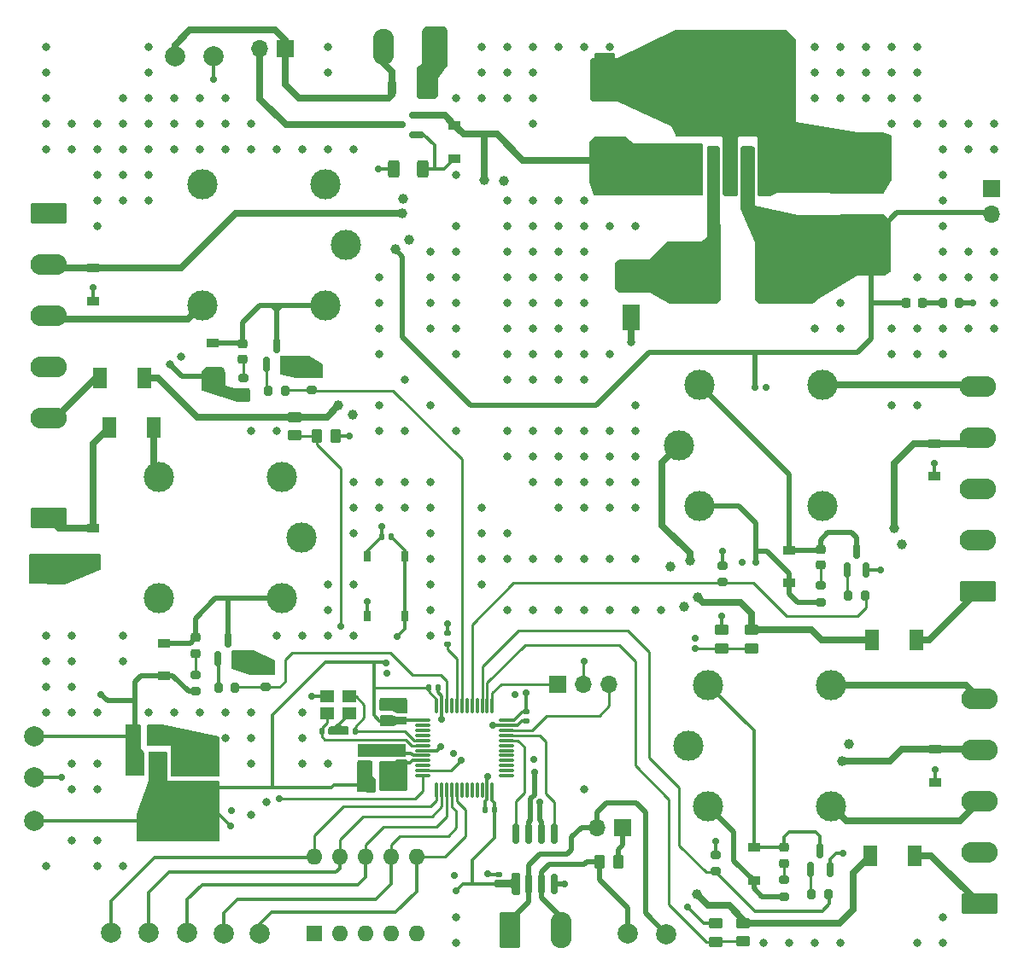
<source format=gtl>
G04 #@! TF.GenerationSoftware,KiCad,Pcbnew,7.0.9*
G04 #@! TF.CreationDate,2023-12-12T15:15:29-05:00*
G04 #@! TF.ProjectId,Cabina,43616269-6e61-42e6-9b69-6361645f7063,rev?*
G04 #@! TF.SameCoordinates,Original*
G04 #@! TF.FileFunction,Copper,L1,Top*
G04 #@! TF.FilePolarity,Positive*
%FSLAX46Y46*%
G04 Gerber Fmt 4.6, Leading zero omitted, Abs format (unit mm)*
G04 Created by KiCad (PCBNEW 7.0.9) date 2023-12-12 15:15:29*
%MOMM*%
%LPD*%
G01*
G04 APERTURE LIST*
G04 Aperture macros list*
%AMRoundRect*
0 Rectangle with rounded corners*
0 $1 Rounding radius*
0 $2 $3 $4 $5 $6 $7 $8 $9 X,Y pos of 4 corners*
0 Add a 4 corners polygon primitive as box body*
4,1,4,$2,$3,$4,$5,$6,$7,$8,$9,$2,$3,0*
0 Add four circle primitives for the rounded corners*
1,1,$1+$1,$2,$3*
1,1,$1+$1,$4,$5*
1,1,$1+$1,$6,$7*
1,1,$1+$1,$8,$9*
0 Add four rect primitives between the rounded corners*
20,1,$1+$1,$2,$3,$4,$5,0*
20,1,$1+$1,$4,$5,$6,$7,0*
20,1,$1+$1,$6,$7,$8,$9,0*
20,1,$1+$1,$8,$9,$2,$3,0*%
G04 Aperture macros list end*
G04 #@! TA.AperFunction,SMDPad,CuDef*
%ADD10RoundRect,0.250000X-0.450000X0.262500X-0.450000X-0.262500X0.450000X-0.262500X0.450000X0.262500X0*%
G04 #@! TD*
G04 #@! TA.AperFunction,SMDPad,CuDef*
%ADD11RoundRect,0.150000X0.150000X-0.587500X0.150000X0.587500X-0.150000X0.587500X-0.150000X-0.587500X0*%
G04 #@! TD*
G04 #@! TA.AperFunction,SMDPad,CuDef*
%ADD12RoundRect,0.075000X-0.662500X-0.075000X0.662500X-0.075000X0.662500X0.075000X-0.662500X0.075000X0*%
G04 #@! TD*
G04 #@! TA.AperFunction,SMDPad,CuDef*
%ADD13RoundRect,0.075000X-0.075000X-0.662500X0.075000X-0.662500X0.075000X0.662500X-0.075000X0.662500X0*%
G04 #@! TD*
G04 #@! TA.AperFunction,SMDPad,CuDef*
%ADD14R,1.400000X2.100000*%
G04 #@! TD*
G04 #@! TA.AperFunction,SMDPad,CuDef*
%ADD15RoundRect,0.140000X0.140000X0.170000X-0.140000X0.170000X-0.140000X-0.170000X0.140000X-0.170000X0*%
G04 #@! TD*
G04 #@! TA.AperFunction,ComponentPad*
%ADD16RoundRect,0.249999X-1.550001X0.790001X-1.550001X-0.790001X1.550001X-0.790001X1.550001X0.790001X0*%
G04 #@! TD*
G04 #@! TA.AperFunction,ComponentPad*
%ADD17O,3.600000X2.080000*%
G04 #@! TD*
G04 #@! TA.AperFunction,SMDPad,CuDef*
%ADD18RoundRect,0.140000X0.170000X-0.140000X0.170000X0.140000X-0.170000X0.140000X-0.170000X-0.140000X0*%
G04 #@! TD*
G04 #@! TA.AperFunction,SMDPad,CuDef*
%ADD19RoundRect,0.250000X-0.250000X-0.475000X0.250000X-0.475000X0.250000X0.475000X-0.250000X0.475000X0*%
G04 #@! TD*
G04 #@! TA.AperFunction,SMDPad,CuDef*
%ADD20R,1.220000X0.910000*%
G04 #@! TD*
G04 #@! TA.AperFunction,SMDPad,CuDef*
%ADD21C,2.000000*%
G04 #@! TD*
G04 #@! TA.AperFunction,SMDPad,CuDef*
%ADD22RoundRect,0.250000X0.450000X-0.262500X0.450000X0.262500X-0.450000X0.262500X-0.450000X-0.262500X0*%
G04 #@! TD*
G04 #@! TA.AperFunction,SMDPad,CuDef*
%ADD23RoundRect,0.150000X0.587500X0.150000X-0.587500X0.150000X-0.587500X-0.150000X0.587500X-0.150000X0*%
G04 #@! TD*
G04 #@! TA.AperFunction,SMDPad,CuDef*
%ADD24RoundRect,0.200000X-0.275000X0.200000X-0.275000X-0.200000X0.275000X-0.200000X0.275000X0.200000X0*%
G04 #@! TD*
G04 #@! TA.AperFunction,ComponentPad*
%ADD25C,3.000000*%
G04 #@! TD*
G04 #@! TA.AperFunction,SMDPad,CuDef*
%ADD26R,1.800000X2.500000*%
G04 #@! TD*
G04 #@! TA.AperFunction,SMDPad,CuDef*
%ADD27RoundRect,0.225000X0.250000X-0.225000X0.250000X0.225000X-0.250000X0.225000X-0.250000X-0.225000X0*%
G04 #@! TD*
G04 #@! TA.AperFunction,SMDPad,CuDef*
%ADD28R,1.100000X4.600000*%
G04 #@! TD*
G04 #@! TA.AperFunction,SMDPad,CuDef*
%ADD29R,10.800000X9.400000*%
G04 #@! TD*
G04 #@! TA.AperFunction,SMDPad,CuDef*
%ADD30RoundRect,0.250000X1.000000X-1.950000X1.000000X1.950000X-1.000000X1.950000X-1.000000X-1.950000X0*%
G04 #@! TD*
G04 #@! TA.AperFunction,ComponentPad*
%ADD31R,1.700000X1.700000*%
G04 #@! TD*
G04 #@! TA.AperFunction,ComponentPad*
%ADD32O,1.700000X1.700000*%
G04 #@! TD*
G04 #@! TA.AperFunction,SMDPad,CuDef*
%ADD33R,2.899999X5.399999*%
G04 #@! TD*
G04 #@! TA.AperFunction,SMDPad,CuDef*
%ADD34RoundRect,0.140000X-0.140000X-0.170000X0.140000X-0.170000X0.140000X0.170000X-0.140000X0.170000X0*%
G04 #@! TD*
G04 #@! TA.AperFunction,SMDPad,CuDef*
%ADD35RoundRect,0.200000X0.200000X0.275000X-0.200000X0.275000X-0.200000X-0.275000X0.200000X-0.275000X0*%
G04 #@! TD*
G04 #@! TA.AperFunction,SMDPad,CuDef*
%ADD36R,1.500000X2.000000*%
G04 #@! TD*
G04 #@! TA.AperFunction,SMDPad,CuDef*
%ADD37R,3.800000X2.000000*%
G04 #@! TD*
G04 #@! TA.AperFunction,SMDPad,CuDef*
%ADD38RoundRect,0.150000X-0.150000X0.825000X-0.150000X-0.825000X0.150000X-0.825000X0.150000X0.825000X0*%
G04 #@! TD*
G04 #@! TA.AperFunction,SMDPad,CuDef*
%ADD39RoundRect,0.250000X-0.262500X-0.450000X0.262500X-0.450000X0.262500X0.450000X-0.262500X0.450000X0*%
G04 #@! TD*
G04 #@! TA.AperFunction,SMDPad,CuDef*
%ADD40RoundRect,0.140000X-0.170000X0.140000X-0.170000X-0.140000X0.170000X-0.140000X0.170000X0.140000X0*%
G04 #@! TD*
G04 #@! TA.AperFunction,SMDPad,CuDef*
%ADD41RoundRect,0.218750X0.218750X0.256250X-0.218750X0.256250X-0.218750X-0.256250X0.218750X-0.256250X0*%
G04 #@! TD*
G04 #@! TA.AperFunction,ComponentPad*
%ADD42RoundRect,0.249999X1.550001X-0.790001X1.550001X0.790001X-1.550001X0.790001X-1.550001X-0.790001X0*%
G04 #@! TD*
G04 #@! TA.AperFunction,SMDPad,CuDef*
%ADD43RoundRect,0.250001X0.799999X-2.049999X0.799999X2.049999X-0.799999X2.049999X-0.799999X-2.049999X0*%
G04 #@! TD*
G04 #@! TA.AperFunction,ComponentPad*
%ADD44RoundRect,0.249999X0.790001X1.550001X-0.790001X1.550001X-0.790001X-1.550001X0.790001X-1.550001X0*%
G04 #@! TD*
G04 #@! TA.AperFunction,ComponentPad*
%ADD45O,2.080000X3.600000*%
G04 #@! TD*
G04 #@! TA.AperFunction,ComponentPad*
%ADD46RoundRect,0.249999X-0.790001X-1.550001X0.790001X-1.550001X0.790001X1.550001X-0.790001X1.550001X0*%
G04 #@! TD*
G04 #@! TA.AperFunction,SMDPad,CuDef*
%ADD47R,1.200000X0.900000*%
G04 #@! TD*
G04 #@! TA.AperFunction,SMDPad,CuDef*
%ADD48RoundRect,0.250000X0.475000X-0.250000X0.475000X0.250000X-0.475000X0.250000X-0.475000X-0.250000X0*%
G04 #@! TD*
G04 #@! TA.AperFunction,SMDPad,CuDef*
%ADD49RoundRect,0.218750X-0.256250X0.218750X-0.256250X-0.218750X0.256250X-0.218750X0.256250X0.218750X0*%
G04 #@! TD*
G04 #@! TA.AperFunction,SMDPad,CuDef*
%ADD50RoundRect,0.135000X0.185000X-0.135000X0.185000X0.135000X-0.185000X0.135000X-0.185000X-0.135000X0*%
G04 #@! TD*
G04 #@! TA.AperFunction,SMDPad,CuDef*
%ADD51R,1.400000X1.200000*%
G04 #@! TD*
G04 #@! TA.AperFunction,SMDPad,CuDef*
%ADD52R,0.750000X1.000000*%
G04 #@! TD*
G04 #@! TA.AperFunction,ComponentPad*
%ADD53R,1.600000X1.600000*%
G04 #@! TD*
G04 #@! TA.AperFunction,ComponentPad*
%ADD54O,1.600000X1.600000*%
G04 #@! TD*
G04 #@! TA.AperFunction,SMDPad,CuDef*
%ADD55R,0.910000X1.220000*%
G04 #@! TD*
G04 #@! TA.AperFunction,SMDPad,CuDef*
%ADD56RoundRect,0.250000X0.312500X0.625000X-0.312500X0.625000X-0.312500X-0.625000X0.312500X-0.625000X0*%
G04 #@! TD*
G04 #@! TA.AperFunction,ViaPad*
%ADD57C,1.000000*%
G04 #@! TD*
G04 #@! TA.AperFunction,ViaPad*
%ADD58C,0.800000*%
G04 #@! TD*
G04 #@! TA.AperFunction,ViaPad*
%ADD59C,0.700000*%
G04 #@! TD*
G04 #@! TA.AperFunction,Conductor*
%ADD60C,0.700000*%
G04 #@! TD*
G04 #@! TA.AperFunction,Conductor*
%ADD61C,0.300000*%
G04 #@! TD*
G04 #@! TA.AperFunction,Conductor*
%ADD62C,0.293370*%
G04 #@! TD*
G04 #@! TA.AperFunction,Conductor*
%ADD63C,0.500000*%
G04 #@! TD*
G04 APERTURE END LIST*
D10*
X176682400Y-98503100D03*
X176682400Y-100328100D03*
X131394200Y-77370300D03*
X131394200Y-79195300D03*
D11*
X182502000Y-122247900D03*
X184402000Y-122247900D03*
X183452000Y-120372900D03*
D12*
X144033300Y-107460600D03*
X144033300Y-107960600D03*
X144033300Y-108460600D03*
X144033300Y-108960600D03*
X144033300Y-109460600D03*
X144033300Y-109960600D03*
X144033300Y-110460600D03*
X144033300Y-110960600D03*
X144033300Y-111460600D03*
X144033300Y-111960600D03*
X144033300Y-112460600D03*
X144033300Y-112960600D03*
D13*
X145445800Y-114373100D03*
X145945800Y-114373100D03*
X146445800Y-114373100D03*
X146945800Y-114373100D03*
X147445800Y-114373100D03*
X147945800Y-114373100D03*
X148445800Y-114373100D03*
X148945800Y-114373100D03*
X149445800Y-114373100D03*
X149945800Y-114373100D03*
X150445800Y-114373100D03*
X150945800Y-114373100D03*
D12*
X152358300Y-112960600D03*
X152358300Y-112460600D03*
X152358300Y-111960600D03*
X152358300Y-111460600D03*
X152358300Y-110960600D03*
X152358300Y-110460600D03*
X152358300Y-109960600D03*
X152358300Y-109460600D03*
X152358300Y-108960600D03*
X152358300Y-108460600D03*
X152358300Y-107960600D03*
X152358300Y-107460600D03*
D13*
X150945800Y-106048100D03*
X150445800Y-106048100D03*
X149945800Y-106048100D03*
X149445800Y-106048100D03*
X148945800Y-106048100D03*
X148445800Y-106048100D03*
X147945800Y-106048100D03*
X147445800Y-106048100D03*
X146945800Y-106048100D03*
X146445800Y-106048100D03*
X145945800Y-106048100D03*
X145445800Y-106048100D03*
D14*
X192827000Y-120878600D03*
X188427000Y-120878600D03*
D15*
X137335200Y-108508800D03*
X136375200Y-108508800D03*
D16*
X106960200Y-87401400D03*
D17*
X106960200Y-92481400D03*
D18*
X142036800Y-107439400D03*
X142036800Y-106479400D03*
D19*
X115509000Y-108991400D03*
X117409000Y-108991400D03*
D20*
X180377600Y-93837000D03*
X180377600Y-90567000D03*
D21*
X164388800Y-128651000D03*
D22*
X173685200Y-100328100D03*
X173685200Y-98503100D03*
D23*
X143482300Y-49337000D03*
X143482300Y-47437000D03*
X141607300Y-48387000D03*
D24*
X173101000Y-120790200D03*
X173101000Y-122440200D03*
D15*
X151203600Y-116332000D03*
X150243600Y-116332000D03*
D21*
X105562400Y-117410200D03*
X120726200Y-128549400D03*
X105562400Y-109042200D03*
D25*
X136398000Y-60274200D03*
X134398000Y-54274200D03*
X122198000Y-54274200D03*
X122198000Y-66274200D03*
X134398000Y-66274200D03*
D26*
X164693600Y-63481200D03*
X164693600Y-67481200D03*
D27*
X140462000Y-112103200D03*
X140462000Y-110553200D03*
D21*
X113131600Y-128524000D03*
D22*
X173126400Y-129436500D03*
X173126400Y-127611500D03*
D10*
X175818800Y-127586100D03*
X175818800Y-129411100D03*
D28*
X171148800Y-52993600D03*
X172848800Y-52993600D03*
X174548800Y-52993600D03*
D29*
X174548800Y-43843600D03*
D28*
X176248800Y-52993600D03*
X177948800Y-52993600D03*
D30*
X188493400Y-60283200D03*
X188493400Y-51883200D03*
D31*
X200406000Y-54737000D03*
D32*
X200406000Y-57277000D03*
D31*
X130454400Y-40792400D03*
D32*
X127914400Y-40792400D03*
D33*
X170030600Y-62966599D03*
X179930600Y-62966599D03*
D34*
X144604800Y-104190800D03*
X145564800Y-104190800D03*
X134038400Y-108508800D03*
X134998400Y-108508800D03*
D20*
X194868800Y-110353600D03*
X194868800Y-113623600D03*
X194728600Y-79991200D03*
X194728600Y-83261200D03*
D35*
X130415800Y-74752200D03*
X128765800Y-74752200D03*
D36*
X120105200Y-111785000D03*
X117805200Y-111785000D03*
D37*
X117805200Y-118085000D03*
D36*
X115505200Y-111785000D03*
D21*
X123291600Y-41579800D03*
D24*
X128473200Y-102527600D03*
X128473200Y-104177600D03*
D38*
X157122400Y-118748000D03*
X155852400Y-118748000D03*
X154582400Y-118748000D03*
X153312400Y-118748000D03*
X153312400Y-123698000D03*
X154582400Y-123698000D03*
X155852400Y-123698000D03*
X157122400Y-123698000D03*
D14*
X192954000Y-99466400D03*
X188554000Y-99466400D03*
D39*
X161596700Y-121488200D03*
X163421700Y-121488200D03*
D40*
X154305000Y-106606400D03*
X154305000Y-107566400D03*
D20*
X118389400Y-103057200D03*
X118389400Y-99787200D03*
D27*
X140487400Y-107505800D03*
X140487400Y-105955800D03*
D24*
X133045200Y-73063600D03*
X133045200Y-74713600D03*
D39*
X133580500Y-79248000D03*
X135405500Y-79248000D03*
D24*
X173812200Y-92090100D03*
X173812200Y-93740100D03*
D31*
X157469600Y-103911800D03*
D32*
X160009600Y-103911800D03*
X162549600Y-103911800D03*
D41*
X193548100Y-66014600D03*
X191973100Y-66014600D03*
D27*
X138328400Y-112103200D03*
X138328400Y-110553200D03*
D24*
X183489600Y-94094800D03*
X183489600Y-95744800D03*
D42*
X199250800Y-125679200D03*
D17*
X199250800Y-120599200D03*
X199250800Y-115519200D03*
X199250800Y-110439200D03*
X199250800Y-105359200D03*
D14*
X112963600Y-78384400D03*
X117363600Y-78384400D03*
D21*
X116916200Y-128549400D03*
D24*
X121513600Y-102959400D03*
X121513600Y-104609400D03*
D43*
X162102800Y-52304400D03*
X162102800Y-43504400D03*
D35*
X125462800Y-104190800D03*
X123812800Y-104190800D03*
D18*
X151561800Y-123695400D03*
X151561800Y-122735400D03*
D44*
X145249400Y-40614600D03*
D45*
X140169400Y-40614600D03*
D41*
X140411300Y-113893600D03*
X138836300Y-113893600D03*
D11*
X186121000Y-92555300D03*
X188021000Y-92555300D03*
X187071000Y-90680300D03*
D20*
X111353600Y-62601600D03*
X111353600Y-65871600D03*
D46*
X152704800Y-128244600D03*
D45*
X157784800Y-128244600D03*
D47*
X147193000Y-48413400D03*
X147193000Y-51713400D03*
D25*
X132066800Y-89357200D03*
X130066800Y-83357200D03*
X117866800Y-83357200D03*
X117866800Y-95357200D03*
X130066800Y-95357200D03*
D14*
X112074600Y-73507600D03*
X116474600Y-73507600D03*
D42*
X199110600Y-94640400D03*
D17*
X199110600Y-89560400D03*
X199110600Y-84480400D03*
X199110600Y-79400400D03*
X199110600Y-74320400D03*
D20*
X111340400Y-88408000D03*
X111340400Y-91678000D03*
D35*
X187870600Y-95123000D03*
X186220600Y-95123000D03*
D48*
X122910600Y-114157800D03*
X122910600Y-112257800D03*
D49*
X183489600Y-90500100D03*
X183489600Y-92075100D03*
D24*
X126238000Y-73470000D03*
X126238000Y-75120000D03*
D34*
X154712000Y-116727200D03*
X155672000Y-116727200D03*
D21*
X168224200Y-128676400D03*
D25*
X170359600Y-109982000D03*
X172359600Y-115982000D03*
X184559600Y-115982000D03*
X184559600Y-103982000D03*
X172359600Y-103982000D03*
D31*
X163860400Y-118135400D03*
D32*
X161320400Y-118135400D03*
D11*
X123764000Y-101343700D03*
X125664000Y-101343700D03*
X124714000Y-99468700D03*
D20*
X123266200Y-73313800D03*
X123266200Y-70043800D03*
D18*
X142036800Y-111706600D03*
X142036800Y-110746600D03*
D49*
X126224800Y-70078500D03*
X126224800Y-71653500D03*
D21*
X119481600Y-41579800D03*
X105562400Y-113157000D03*
X124307600Y-128600200D03*
D49*
X179830000Y-120063400D03*
X179830000Y-121638400D03*
D15*
X140937400Y-89272300D03*
X139977400Y-89272300D03*
D16*
X106971600Y-57124600D03*
D17*
X106971600Y-62204600D03*
X106971600Y-67284600D03*
X106971600Y-72364600D03*
X106971600Y-77444600D03*
D50*
X146507200Y-99874800D03*
X146507200Y-98854800D03*
D20*
X176871400Y-123374900D03*
X176871400Y-120104900D03*
D35*
X197243200Y-66014600D03*
X195593200Y-66014600D03*
D21*
X127863600Y-128651000D03*
D51*
X136786800Y-105093400D03*
X134586800Y-105093400D03*
X134586800Y-106793400D03*
X136786800Y-106793400D03*
D52*
X138557000Y-97155000D03*
X138557000Y-91155000D03*
X142307000Y-97155000D03*
X142307000Y-91155000D03*
D53*
X133273800Y-128651000D03*
D54*
X135813800Y-128651000D03*
X138353800Y-128651000D03*
X140893800Y-128651000D03*
X143433800Y-128651000D03*
X143433800Y-121031000D03*
X140893800Y-121031000D03*
X138353800Y-121031000D03*
X135813800Y-121031000D03*
X133273800Y-121031000D03*
D11*
X128590000Y-72133700D03*
X130490000Y-72133700D03*
X129540000Y-70258700D03*
D25*
X169468800Y-80162400D03*
X171468800Y-86162400D03*
X183668800Y-86162400D03*
X183668800Y-74162400D03*
X171468800Y-74162400D03*
D55*
X141023600Y-44678600D03*
X144293600Y-44678600D03*
D56*
X144083500Y-52755800D03*
X141158500Y-52755800D03*
D49*
X121513600Y-99263100D03*
X121513600Y-100838100D03*
D24*
X179842200Y-123302500D03*
X179842200Y-124952500D03*
D35*
X184263800Y-124688600D03*
X182613800Y-124688600D03*
D57*
X142062200Y-57175400D03*
X150190200Y-53822600D03*
X185597800Y-111531400D03*
X190754000Y-88366600D03*
D58*
X193040000Y-68580000D03*
X127000000Y-106680000D03*
D59*
X179146200Y-39852600D03*
D58*
X157480000Y-40640000D03*
X147320000Y-45720000D03*
X160020000Y-96520000D03*
X200660000Y-68580000D03*
D59*
X140462000Y-102768400D03*
D58*
X111760000Y-48260000D03*
X144780000Y-96520000D03*
X139700000Y-66040000D03*
D59*
X123113800Y-110744000D03*
D58*
X154940000Y-43180000D03*
X187960000Y-45720000D03*
X157480000Y-96520000D03*
X152400000Y-45720000D03*
X154940000Y-71120000D03*
X106680000Y-101600000D03*
X128600200Y-115595400D03*
X142240000Y-78740000D03*
X134620000Y-99060000D03*
X160020000Y-91440000D03*
X147320000Y-60960000D03*
D59*
X138577800Y-95698500D03*
X179146200Y-45694600D03*
X173786800Y-90703400D03*
D58*
X129540000Y-50800000D03*
D59*
X198551800Y-66040000D03*
X111339600Y-64541400D03*
D57*
X191541400Y-89966800D03*
D58*
X144780000Y-76200000D03*
X160020000Y-68580000D03*
X152400000Y-58420000D03*
X164693600Y-69926200D03*
D59*
X169951400Y-45694600D03*
X141452600Y-110159800D03*
D58*
X144780000Y-83820000D03*
X116840000Y-50800000D03*
X165100000Y-96520000D03*
X116840000Y-43180000D03*
X164668200Y-42164000D03*
X111760000Y-111760000D03*
X139700000Y-68580000D03*
X183311800Y-49199800D03*
X193040000Y-40640000D03*
X154940000Y-58420000D03*
X166116000Y-45897800D03*
X193040000Y-71120000D03*
X154940000Y-63500000D03*
X137160000Y-88900000D03*
D59*
X158126200Y-123686800D03*
D57*
X142671800Y-59740800D03*
D58*
X139700000Y-71120000D03*
X198120000Y-50800000D03*
X111760000Y-106680000D03*
X109220000Y-48260000D03*
X106680000Y-99060000D03*
X152400000Y-71120000D03*
X195580000Y-48260000D03*
X114300000Y-48260000D03*
D59*
X173685200Y-97155000D03*
D58*
X149860000Y-93980000D03*
X111760000Y-121920000D03*
X164592000Y-43865800D03*
D59*
X170332400Y-126009400D03*
D58*
X160020000Y-83820000D03*
D59*
X121996200Y-109829600D03*
D58*
X124460000Y-45720000D03*
D59*
X139395200Y-110515400D03*
D58*
X198120000Y-68580000D03*
X152400000Y-73660000D03*
X121920000Y-50800000D03*
X111760000Y-53340000D03*
X149860000Y-88900000D03*
X185420000Y-129540000D03*
X144780000Y-88900000D03*
D59*
X194894200Y-112369600D03*
D58*
X181254400Y-50622200D03*
D59*
X179146200Y-47853600D03*
D58*
X165100000Y-83820000D03*
X124460000Y-106680000D03*
X195580000Y-71120000D03*
D59*
X150469600Y-122707400D03*
D58*
X127000000Y-78740000D03*
X195580000Y-127000000D03*
X147320000Y-129540000D03*
X154940000Y-45720000D03*
X147320000Y-71120000D03*
D59*
X171069000Y-99288600D03*
D58*
X162560000Y-83820000D03*
D59*
X175742600Y-91795600D03*
D58*
X181203600Y-49199800D03*
D59*
X174523400Y-39852600D03*
D58*
X144780000Y-63500000D03*
X139700000Y-78740000D03*
X154940000Y-48260000D03*
X157480000Y-91440000D03*
X193040000Y-129540000D03*
X137160000Y-99060000D03*
X167894000Y-45669200D03*
X157480000Y-78740000D03*
D59*
X141452600Y-105664000D03*
D58*
X137160000Y-83820000D03*
D59*
X179146200Y-41808400D03*
D58*
X119380000Y-48260000D03*
D59*
X136779000Y-79248000D03*
D58*
X162560000Y-71120000D03*
X185191400Y-53721000D03*
X185140600Y-51003200D03*
X116840000Y-55880000D03*
X193040000Y-48260000D03*
X152400000Y-63500000D03*
X121920000Y-48260000D03*
X134620000Y-96520000D03*
X134620000Y-43180000D03*
X200660000Y-60960000D03*
X119380000Y-45720000D03*
X132080000Y-109220000D03*
X182880000Y-68580000D03*
X190500000Y-76200000D03*
X195580000Y-63500000D03*
D59*
X169951400Y-41808400D03*
D58*
X166268400Y-42037000D03*
X154940000Y-68580000D03*
D59*
X108254800Y-113131600D03*
D58*
X165100000Y-91440000D03*
X160020000Y-40640000D03*
X160020000Y-73660000D03*
X132080000Y-50800000D03*
X147320000Y-68580000D03*
X185420000Y-68580000D03*
X116840000Y-40640000D03*
X193040000Y-43180000D03*
X111760000Y-58420000D03*
X147320000Y-127000000D03*
X111760000Y-119380000D03*
X109220000Y-106680000D03*
X154940000Y-78740000D03*
X154940000Y-91440000D03*
X114300000Y-101600000D03*
X157480000Y-58420000D03*
X165100000Y-86360000D03*
X193040000Y-76200000D03*
X154940000Y-60960000D03*
X144780000Y-68580000D03*
X198120000Y-63500000D03*
D59*
X160020000Y-101574600D03*
D58*
X200660000Y-50800000D03*
X121920000Y-106680000D03*
X157480000Y-63500000D03*
D59*
X169951400Y-47853600D03*
D58*
X109220000Y-111760000D03*
X165100000Y-58420000D03*
X144780000Y-91440000D03*
X152400000Y-68580000D03*
X149906462Y-45713428D03*
X106680000Y-48260000D03*
X152400000Y-43180000D03*
X162560000Y-58420000D03*
X114300000Y-99060000D03*
X200660000Y-48260000D03*
X162560000Y-78740000D03*
X190500000Y-40640000D03*
X160020000Y-60960000D03*
X160020000Y-114300000D03*
D59*
X185674000Y-120675400D03*
D58*
X165100000Y-76200000D03*
X121920000Y-45720000D03*
X183388000Y-53594000D03*
D59*
X176911000Y-39852600D03*
D58*
X147320000Y-53340000D03*
X177800000Y-129540000D03*
X120116600Y-71399400D03*
X152400000Y-88900000D03*
D59*
X194741800Y-81991200D03*
D58*
X152400000Y-66040000D03*
X114300000Y-53340000D03*
X114300000Y-55880000D03*
X114300000Y-45720000D03*
X127000000Y-50800000D03*
X116840000Y-48260000D03*
X106680000Y-43180000D03*
X185420000Y-43180000D03*
D59*
X127127000Y-101371400D03*
D58*
X124460000Y-50800000D03*
D59*
X155067000Y-111379000D03*
X155651200Y-115595400D03*
D58*
X127000000Y-109220000D03*
D59*
X139623800Y-52755800D03*
D58*
X200660000Y-63500000D03*
X162560000Y-81280000D03*
X185420000Y-66040000D03*
D59*
X119126000Y-109118400D03*
X169951400Y-39852600D03*
D58*
X106680000Y-104140000D03*
X114300000Y-50800000D03*
D57*
X152095200Y-53898800D03*
D58*
X134620000Y-93980000D03*
D59*
X147116800Y-110769400D03*
D58*
X160020000Y-86360000D03*
X185420000Y-40640000D03*
X166243000Y-43865800D03*
X142240000Y-83820000D03*
D57*
X168605200Y-92176600D03*
D58*
X137160000Y-50800000D03*
X149860000Y-43180000D03*
X109220000Y-99060000D03*
D57*
X142087600Y-55676800D03*
D59*
X109880400Y-92557600D03*
D57*
X170002200Y-96215200D03*
D58*
X162560000Y-86360000D03*
X106680000Y-40640000D03*
X139700000Y-76200000D03*
X160020000Y-66040000D03*
D59*
X189433200Y-92557600D03*
X150469600Y-113004600D03*
D58*
X111760000Y-50800000D03*
X124460000Y-109220000D03*
X157480000Y-73660000D03*
X144780000Y-99060000D03*
X109220000Y-104140000D03*
X137160000Y-86360000D03*
X142240000Y-86360000D03*
X106680000Y-45720000D03*
X154940000Y-55880000D03*
D59*
X174574200Y-47853600D03*
D58*
X154940000Y-83820000D03*
X183388000Y-50749200D03*
X190500000Y-45720000D03*
D59*
X144145000Y-43256200D03*
X131775200Y-72059800D03*
X120573800Y-109499400D03*
D58*
X182880000Y-43180000D03*
X160020000Y-71120000D03*
X157480000Y-83820000D03*
X160020000Y-63500000D03*
X134620000Y-111760000D03*
X165100000Y-81280000D03*
D59*
X145948400Y-107365800D03*
D58*
X187960000Y-43180000D03*
D59*
X145161000Y-43307000D03*
D58*
X134620000Y-40640000D03*
X167919400Y-47117000D03*
D59*
X169951400Y-43713400D03*
D58*
X144780000Y-66040000D03*
X154940000Y-96520000D03*
X157480000Y-86360000D03*
X157480000Y-55880000D03*
D59*
X178079400Y-74422000D03*
D58*
X139700000Y-83820000D03*
X160020000Y-78740000D03*
D59*
X176733200Y-47853600D03*
D58*
X195580000Y-55880000D03*
X144780000Y-86360000D03*
X152400000Y-81280000D03*
X193040000Y-45720000D03*
D59*
X147193000Y-122859800D03*
D58*
X182880000Y-40640000D03*
X109220000Y-119380000D03*
X157480000Y-81280000D03*
D57*
X137109200Y-77165200D03*
D58*
X185191400Y-49352200D03*
X152400000Y-40640000D03*
D59*
X171983400Y-47853600D03*
D58*
X167640000Y-96520000D03*
X187960000Y-40640000D03*
X195580000Y-60960000D03*
X129540000Y-99060000D03*
X147320000Y-66040000D03*
X149860000Y-91440000D03*
X180340000Y-129540000D03*
X111760000Y-114300000D03*
X195580000Y-50800000D03*
D59*
X125120400Y-116408200D03*
D58*
X132080000Y-99060000D03*
X157480000Y-71120000D03*
D57*
X186334400Y-109829600D03*
D58*
X181279800Y-53467000D03*
X109220000Y-114300000D03*
X195580000Y-58420000D03*
X149860000Y-40640000D03*
X190500000Y-43180000D03*
X154940000Y-40640000D03*
D59*
X135686800Y-108127800D03*
D58*
X193040000Y-63500000D03*
X139700000Y-63500000D03*
X167919400Y-42570400D03*
D59*
X146532600Y-97866200D03*
D58*
X134620000Y-50800000D03*
X109220000Y-50800000D03*
X157480000Y-60960000D03*
X181254400Y-52019200D03*
D59*
X173075600Y-119456200D03*
D58*
X167944800Y-40919400D03*
X183438800Y-52298600D03*
X154940000Y-81280000D03*
X167894000Y-44145200D03*
X185166000Y-52501800D03*
X116840000Y-45720000D03*
D59*
X179146200Y-43713400D03*
D58*
X185420000Y-45720000D03*
X144780000Y-93980000D03*
X144780000Y-60960000D03*
X198120000Y-60960000D03*
D59*
X139979400Y-88265000D03*
D58*
X106680000Y-106680000D03*
X160020000Y-58420000D03*
X132080000Y-106680000D03*
X182880000Y-45720000D03*
X124460000Y-48260000D03*
X132080000Y-111760000D03*
X114300000Y-121920000D03*
X157480000Y-66040000D03*
D59*
X151028400Y-107950000D03*
D58*
X162560000Y-96520000D03*
X195580000Y-129540000D03*
X116840000Y-106680000D03*
X111760000Y-55880000D03*
X129540000Y-78740000D03*
X127000000Y-111760000D03*
X157480000Y-68580000D03*
X149860000Y-86360000D03*
X119380000Y-106680000D03*
X152400000Y-91440000D03*
X162560000Y-40640000D03*
X152400000Y-60960000D03*
X165100000Y-78740000D03*
X162560000Y-91440000D03*
X147320000Y-58420000D03*
X152400000Y-96520000D03*
X147320000Y-78740000D03*
X182880000Y-129540000D03*
X127000000Y-116840000D03*
X116840000Y-53340000D03*
X152400000Y-78740000D03*
X127000000Y-48260000D03*
X119380000Y-50800000D03*
D59*
X123291600Y-43891200D03*
D58*
X106680000Y-121920000D03*
X152400000Y-55880000D03*
X200660000Y-66040000D03*
X106680000Y-50800000D03*
X160020000Y-81280000D03*
X190500000Y-48260000D03*
X198120000Y-48260000D03*
X147320000Y-63500000D03*
X195580000Y-68580000D03*
X154940000Y-73660000D03*
X190500000Y-68580000D03*
X142240000Y-73660000D03*
X109220000Y-101600000D03*
X190500000Y-71120000D03*
X160020000Y-55880000D03*
X154940000Y-66040000D03*
X164515800Y-45466000D03*
D59*
X171958000Y-39852600D03*
D58*
X137160000Y-93980000D03*
X195580000Y-53340000D03*
X139700000Y-86360000D03*
D59*
X153238200Y-104876600D03*
X133019800Y-105105200D03*
X176987200Y-74396600D03*
X112166400Y-104902000D03*
X155117800Y-112623600D03*
D57*
X141325600Y-60706000D03*
D59*
X177114200Y-91795600D03*
X124485400Y-74777600D03*
D58*
X118999000Y-72136000D03*
D59*
X147345400Y-124409200D03*
X154305000Y-104749600D03*
X140436600Y-101752400D03*
X124993400Y-117906800D03*
X141528800Y-99187000D03*
X145846800Y-110083600D03*
D57*
X170535600Y-91643200D03*
X171297600Y-95250000D03*
X135712200Y-76225400D03*
X171272200Y-124739400D03*
D59*
X171096300Y-100328100D03*
X147878800Y-111429800D03*
X129794000Y-115214400D03*
X135966200Y-98094800D03*
D60*
X194728600Y-79991200D02*
X198519800Y-79991200D01*
X147193000Y-48413400D02*
X148081000Y-49301400D01*
X150164800Y-49301400D02*
X151384000Y-49301400D01*
X190398400Y-111531400D02*
X191576200Y-110353600D01*
X120100600Y-62601600D02*
X125526800Y-57175400D01*
X148081000Y-49301400D02*
X150164800Y-49301400D01*
X111353600Y-62601600D02*
X120100600Y-62601600D01*
X150190200Y-49326800D02*
X150164800Y-49301400D01*
X107368600Y-62601600D02*
X111353600Y-62601600D01*
X199165200Y-110353600D02*
X199250800Y-110439200D01*
X143482300Y-47437000D02*
X146216600Y-47437000D01*
X151384000Y-49301400D02*
X153987000Y-51904400D01*
X192703200Y-79991200D02*
X194728600Y-79991200D01*
X194868800Y-110353600D02*
X199165200Y-110353600D01*
X198519800Y-79991200D02*
X199110600Y-79400400D01*
X185597800Y-111531400D02*
X190398400Y-111531400D01*
X125526800Y-57175400D02*
X142062200Y-57175400D01*
X106971600Y-62204600D02*
X107368600Y-62601600D01*
X194725400Y-79994400D02*
X194728600Y-79991200D01*
X190754000Y-88366600D02*
X190754000Y-81940400D01*
X191576200Y-110353600D02*
X194868800Y-110353600D01*
X190754000Y-81940400D02*
X192703200Y-79991200D01*
X150190200Y-53822600D02*
X150190200Y-49326800D01*
X153987000Y-51904400D02*
X162102800Y-51904400D01*
X146216600Y-47437000D02*
X147193000Y-48413400D01*
D61*
X152358300Y-107960600D02*
X151039000Y-107960600D01*
X170332400Y-126009400D02*
X171934500Y-127611500D01*
X173101000Y-119481600D02*
X173101000Y-120702700D01*
X108229400Y-113157000D02*
X108254800Y-113131600D01*
X150497600Y-122735400D02*
X150469600Y-122707400D01*
X111353600Y-65871600D02*
X111353600Y-64555400D01*
X145945800Y-106048100D02*
X145945800Y-107363200D01*
X189433200Y-92557600D02*
X188023300Y-92557600D01*
X138557000Y-90692700D02*
X139977400Y-89272300D01*
X150445800Y-115314400D02*
X150243600Y-115516600D01*
D62*
X160009600Y-103911800D02*
X160009600Y-101585000D01*
D63*
X155672000Y-117321000D02*
X155672000Y-116727200D01*
D61*
X150445800Y-114373100D02*
X150445800Y-113028400D01*
X145945800Y-106048100D02*
X145945800Y-105051800D01*
X194868800Y-112395000D02*
X194894200Y-112369600D01*
X145945800Y-105051800D02*
X145564800Y-104670800D01*
X138557000Y-95719300D02*
X138577800Y-95698500D01*
X188023300Y-92557600D02*
X188021000Y-92555300D01*
X194868800Y-113623600D02*
X194868800Y-112395000D01*
X184402000Y-122247900D02*
X184402000Y-121287000D01*
X185013600Y-120675400D02*
X185674000Y-120675400D01*
X194728600Y-82004400D02*
X194741800Y-81991200D01*
X139623800Y-52755800D02*
X141158500Y-52755800D01*
X153850400Y-107566400D02*
X154305000Y-107566400D01*
D63*
X158115000Y-123698000D02*
X158126200Y-123686800D01*
D61*
X146532600Y-98829400D02*
X146507200Y-98854800D01*
X151561800Y-122735400D02*
X150497600Y-122735400D01*
D63*
X155852400Y-117501400D02*
X155672000Y-117321000D01*
D61*
X150445800Y-114373100D02*
X150445800Y-115314400D01*
X142877600Y-110746600D02*
X142036800Y-110746600D01*
X173685200Y-98503100D02*
X173685200Y-97155000D01*
X105562400Y-113157000D02*
X108229400Y-113157000D01*
X145945800Y-107363200D02*
X145948400Y-107365800D01*
X171934500Y-127611500D02*
X173126400Y-127611500D01*
X111353600Y-64555400D02*
X111339600Y-64541400D01*
D63*
X155672000Y-115616200D02*
X155651200Y-115595400D01*
D61*
X145564800Y-104670800D02*
X145564800Y-104190800D01*
X133031600Y-105093400D02*
X133019800Y-105105200D01*
X153456200Y-107960600D02*
X153850400Y-107566400D01*
D63*
X155672000Y-116727200D02*
X155672000Y-115616200D01*
D61*
X173812200Y-92002600D02*
X173812200Y-90728800D01*
X138557000Y-97155000D02*
X138557000Y-95719300D01*
X152358300Y-107960600D02*
X153456200Y-107960600D01*
X150445800Y-113028400D02*
X150469600Y-113004600D01*
X173075600Y-119456200D02*
X173101000Y-119481600D01*
X143091600Y-110960600D02*
X142877600Y-110746600D01*
D63*
X197243200Y-66014600D02*
X198526400Y-66014600D01*
D62*
X135686800Y-107893400D02*
X136786800Y-106793400D01*
D61*
X138557000Y-91155000D02*
X138557000Y-90692700D01*
X135405500Y-79248000D02*
X136779000Y-79248000D01*
X139977400Y-89272300D02*
X139977400Y-88267000D01*
X150243600Y-115516600D02*
X150243600Y-116332000D01*
D60*
X164693600Y-67481200D02*
X164693600Y-69951600D01*
D61*
X123291600Y-41579800D02*
X123291600Y-43891200D01*
X144033300Y-110960600D02*
X143091600Y-110960600D01*
X173812200Y-90728800D02*
X173786800Y-90703400D01*
X139977400Y-88267000D02*
X139979400Y-88265000D01*
D62*
X135686800Y-108127800D02*
X135686800Y-107893400D01*
D63*
X155852400Y-118748000D02*
X155852400Y-117501400D01*
X198526400Y-66014600D02*
X198551800Y-66040000D01*
D60*
X164693600Y-69951600D02*
X164693600Y-69926200D01*
D61*
X134586800Y-105093400D02*
X133031600Y-105093400D01*
D63*
X157122400Y-123698000D02*
X158115000Y-123698000D01*
D61*
X146532600Y-97866200D02*
X146532600Y-98829400D01*
X151039000Y-107960600D02*
X151028400Y-107950000D01*
X194728600Y-83261200D02*
X194728600Y-82004400D01*
X184402000Y-121287000D02*
X185013600Y-120675400D01*
D62*
X160009600Y-101585000D02*
X160020000Y-101574600D01*
D61*
X144180600Y-49337000D02*
X145262600Y-50419000D01*
X145262600Y-50419000D02*
X145262600Y-52755800D01*
X146150600Y-52755800D02*
X147193000Y-51713400D01*
X143482300Y-49337000D02*
X144180600Y-49337000D01*
X144083500Y-52755800D02*
X145262600Y-52755800D01*
X145262600Y-52755800D02*
X146150600Y-52755800D01*
D63*
X177114200Y-90652600D02*
X177114200Y-91795600D01*
D61*
X105562400Y-109042200D02*
X115458200Y-109042200D01*
D63*
X176987200Y-74396600D02*
X176987200Y-70916800D01*
X148818600Y-76200000D02*
X142062200Y-69443600D01*
X174904400Y-121407900D02*
X176871400Y-123374900D01*
D61*
X115458200Y-109042200D02*
X115509000Y-108991400D01*
D63*
X180377600Y-94881200D02*
X180377600Y-93837000D01*
X176987200Y-70916800D02*
X166522400Y-70916800D01*
X154712000Y-117398200D02*
X154712000Y-116727200D01*
X188518800Y-66090800D02*
X188518800Y-69570600D01*
X188518800Y-60508600D02*
X188518800Y-66090800D01*
X115509000Y-108991400D02*
X115509000Y-105526800D01*
X187172600Y-70916800D02*
X176987200Y-70916800D01*
X174904400Y-118526800D02*
X174904400Y-121407900D01*
X188518800Y-69570600D02*
X187172600Y-70916800D01*
X154582400Y-117527800D02*
X154712000Y-117398200D01*
X155117800Y-114858800D02*
X155117800Y-112623600D01*
X180377600Y-92874600D02*
X180377600Y-93837000D01*
X188493400Y-59683200D02*
X191077400Y-57099200D01*
X142062200Y-69443600D02*
X142062200Y-61442600D01*
X176871400Y-124115300D02*
X176871400Y-123374900D01*
X142062200Y-61442600D02*
X141325600Y-60706000D01*
X178155600Y-90652600D02*
X177114200Y-90652600D01*
X112791200Y-105526800D02*
X115509000Y-105526800D01*
X180377600Y-92874600D02*
X178155600Y-90652600D01*
X119287800Y-103057200D02*
X120827800Y-104597200D01*
X112166400Y-104902000D02*
X112791200Y-105526800D01*
X177114200Y-90652600D02*
X177114200Y-87884000D01*
X181241200Y-95744800D02*
X183489600Y-95744800D01*
X154712000Y-115264600D02*
X154838400Y-115138200D01*
X177114200Y-87884000D02*
X175392600Y-86162400D01*
X120176800Y-73313800D02*
X118999000Y-72136000D01*
X172359600Y-115982000D02*
X174904400Y-118526800D01*
X166522400Y-70916800D02*
X161239200Y-76200000D01*
X116119400Y-103057200D02*
X118389400Y-103057200D01*
X188493400Y-60483200D02*
X188518800Y-60508600D01*
X177708600Y-124952500D02*
X179842200Y-124952500D01*
X175392600Y-86162400D02*
X171468800Y-86162400D01*
X115509000Y-105526800D02*
X115509000Y-103667600D01*
X154838400Y-115138200D02*
X155117800Y-114858800D01*
X161239200Y-76200000D02*
X148818600Y-76200000D01*
X154712000Y-116727200D02*
X154712000Y-115264600D01*
X200228200Y-57099200D02*
X200406000Y-57277000D01*
X154582400Y-118748000D02*
X154582400Y-117527800D01*
X121501400Y-104597200D02*
X121513600Y-104609400D01*
X180377600Y-94881200D02*
X181241200Y-95744800D01*
X118389400Y-103057200D02*
X119287800Y-103057200D01*
X191973100Y-66014600D02*
X188595000Y-66014600D01*
X188595000Y-66014600D02*
X188518800Y-66090800D01*
X191077400Y-57099200D02*
X200228200Y-57099200D01*
X176871400Y-124115300D02*
X177708600Y-124952500D01*
X115509000Y-103667600D02*
X116119400Y-103057200D01*
X123266200Y-73313800D02*
X120176800Y-73313800D01*
X120827800Y-104597200D02*
X121501400Y-104597200D01*
D62*
X144604800Y-104190800D02*
X139268200Y-104190800D01*
D61*
X150945800Y-115385800D02*
X151203600Y-115643600D01*
X148059200Y-123695400D02*
X148973600Y-123695400D01*
X140411200Y-101727000D02*
X140436600Y-101752400D01*
X150945800Y-114373100D02*
X150945800Y-115385800D01*
X139192000Y-104267000D02*
X139192000Y-106934000D01*
X129174200Y-114157800D02*
X129174200Y-106969600D01*
X139763800Y-107505800D02*
X140487400Y-107505800D01*
D62*
X144604800Y-104549000D02*
X144604800Y-104190800D01*
D61*
X117130400Y-117410200D02*
X117805200Y-118085000D01*
X139141200Y-101727000D02*
X140411200Y-101727000D01*
X134965400Y-114157800D02*
X135229600Y-113893600D01*
X129174200Y-114157800D02*
X134965400Y-114157800D01*
X139192000Y-101777800D02*
X139141200Y-101727000D01*
X134416800Y-101727000D02*
X139141200Y-101727000D01*
D62*
X139268200Y-104190800D02*
X139192000Y-104267000D01*
D61*
X105562400Y-117410200D02*
X117130400Y-117410200D01*
X147345400Y-124409200D02*
X148059200Y-123695400D01*
X122910600Y-114157800D02*
X129174200Y-114157800D01*
X154305000Y-104749600D02*
X154305000Y-106606400D01*
X142058000Y-107460600D02*
X142036800Y-107439400D01*
X122910600Y-114157800D02*
X122910600Y-115824000D01*
X139192000Y-104267000D02*
X139192000Y-101777800D01*
X122910600Y-115824000D02*
X124993400Y-117906800D01*
D62*
X152358300Y-107460600D02*
X152991000Y-107460600D01*
D61*
X151203600Y-119128600D02*
X151203600Y-116332000D01*
D62*
X145445800Y-105390000D02*
X144604800Y-104549000D01*
D61*
X144033300Y-107460600D02*
X142058000Y-107460600D01*
X129174200Y-106969600D02*
X134416800Y-101727000D01*
X151203600Y-115643600D02*
X151203600Y-116332000D01*
X139192000Y-106934000D02*
X139763800Y-107505800D01*
X148973600Y-121358600D02*
X151203600Y-119128600D01*
X148973600Y-123695400D02*
X151561800Y-123695400D01*
D62*
X153845200Y-106606400D02*
X154305000Y-106606400D01*
D61*
X148973600Y-123695400D02*
X148973600Y-121358600D01*
D62*
X145445800Y-106048100D02*
X145445800Y-105390000D01*
X152991000Y-107460600D02*
X153845200Y-106606400D01*
D61*
X135229600Y-113893600D02*
X138836300Y-113893600D01*
X142776000Y-111706600D02*
X142036800Y-111706600D01*
X144033300Y-111460600D02*
X143022000Y-111460600D01*
X143022000Y-111460600D02*
X142776000Y-111706600D01*
X145469800Y-110460600D02*
X145846800Y-110083600D01*
X142307000Y-98408800D02*
X142307000Y-97155000D01*
X141528800Y-99187000D02*
X142307000Y-98408800D01*
X142307000Y-97155000D02*
X142307000Y-91155000D01*
X142307000Y-90641900D02*
X142307000Y-91155000D01*
X144033300Y-110460600D02*
X145469800Y-110460600D01*
X140937400Y-89272300D02*
X142307000Y-90641900D01*
D62*
X137335200Y-108508800D02*
X137335200Y-108105000D01*
X137427600Y-105093400D02*
X136786800Y-105093400D01*
X138226800Y-105892600D02*
X137427600Y-105093400D01*
X138226800Y-107213400D02*
X138226800Y-105892600D01*
X137335200Y-108105000D02*
X138226800Y-107213400D01*
X137360600Y-108534200D02*
X137335200Y-108508800D01*
X143178330Y-109460600D02*
X142251930Y-108534200D01*
X142251930Y-108534200D02*
X137360600Y-108534200D01*
X144033300Y-109460600D02*
X143178330Y-109460600D01*
X134038400Y-108508800D02*
X134038400Y-108226800D01*
X134038400Y-108226800D02*
X134586800Y-107678400D01*
X142392400Y-109372400D02*
X134315200Y-109372400D01*
X142980600Y-109960600D02*
X142392400Y-109372400D01*
X144033300Y-109960600D02*
X142980600Y-109960600D01*
X134038400Y-109095600D02*
X134038400Y-108508800D01*
X134586800Y-107678400D02*
X134586800Y-106793400D01*
X134315200Y-109372400D02*
X134038400Y-109095600D01*
D60*
X120955400Y-38963000D02*
X119481600Y-40436800D01*
X130454400Y-44399200D02*
X130454400Y-40792400D01*
X131800600Y-45745400D02*
X130454400Y-44399200D01*
X140169400Y-40614600D02*
X140169400Y-42227000D01*
X141023600Y-43081200D02*
X141023600Y-44678600D01*
X129437800Y-38963000D02*
X120955400Y-38963000D01*
X130454400Y-39979600D02*
X129437800Y-38963000D01*
X141023600Y-45387000D02*
X140665200Y-45745400D01*
X130454400Y-40792400D02*
X130454400Y-39979600D01*
X141023600Y-44678600D02*
X141023600Y-45387000D01*
X140169400Y-42227000D02*
X141023600Y-43081200D01*
X140665200Y-45745400D02*
X131800600Y-45745400D01*
X119481600Y-40436800D02*
X119481600Y-41579800D01*
D63*
X193548100Y-66014600D02*
X195593200Y-66014600D01*
D60*
X176682400Y-98503100D02*
X182602500Y-98503100D01*
X171297600Y-95250000D02*
X171831000Y-95783400D01*
X171831000Y-95783400D02*
X175564800Y-95783400D01*
X175564800Y-95783400D02*
X176682400Y-96901000D01*
X170535600Y-91643200D02*
X170535600Y-90855800D01*
X170535600Y-90855800D02*
X167792400Y-88112600D01*
X167792400Y-88112600D02*
X167792400Y-81838800D01*
X182602500Y-98503100D02*
X183565800Y-99466400D01*
X183565800Y-99466400D02*
X188554000Y-99466400D01*
X167792400Y-81838800D02*
X169468800Y-80162400D01*
X176682400Y-96901000D02*
X176682400Y-98503100D01*
D62*
X183489600Y-94094800D02*
X183489600Y-92075100D01*
D60*
X121667900Y-77370300D02*
X131394200Y-77370300D01*
X116474600Y-73507600D02*
X117805200Y-73507600D01*
X117805200Y-73507600D02*
X121667900Y-77370300D01*
X131394200Y-77370300D02*
X134567300Y-77370300D01*
X134567300Y-77370300D02*
X135712200Y-76225400D01*
D62*
X126238000Y-71666700D02*
X126224800Y-71653500D01*
X126238000Y-73470000D02*
X126238000Y-71666700D01*
D60*
X172364400Y-125831600D02*
X174421800Y-125831600D01*
X175818800Y-127586100D02*
X185367300Y-127586100D01*
X171272200Y-124739400D02*
X172364400Y-125831600D01*
X174421800Y-125831600D02*
X175818800Y-127228600D01*
X175818800Y-127228600D02*
X175818800Y-127586100D01*
X186740800Y-126212600D02*
X186740800Y-122564800D01*
X186740800Y-122564800D02*
X188427000Y-120878600D01*
X185367300Y-127586100D02*
X186740800Y-126212600D01*
D62*
X179842200Y-123302500D02*
X179842200Y-121650600D01*
X179842200Y-121650600D02*
X179830000Y-121638400D01*
D60*
X107966800Y-88408000D02*
X111340400Y-88408000D01*
X111340400Y-80007600D02*
X112963600Y-78384400D01*
X111340400Y-88408000D02*
X111340400Y-80007600D01*
X106960200Y-87401400D02*
X107966800Y-88408000D01*
X117363600Y-82854000D02*
X117866800Y-83357200D01*
X117363600Y-78384400D02*
X117363600Y-82854000D01*
D62*
X150945800Y-106048100D02*
X150945800Y-104781400D01*
X151815400Y-103911800D02*
X157469600Y-103911800D01*
X150945800Y-104781400D02*
X151815400Y-103911800D01*
X154912000Y-108460600D02*
X156362400Y-107010200D01*
X152358300Y-108460600D02*
X154912000Y-108460600D01*
X156362400Y-107010200D02*
X161544000Y-107010200D01*
X161544000Y-107010200D02*
X162549600Y-106004600D01*
X162549600Y-106004600D02*
X162549600Y-103911800D01*
D61*
X143433800Y-124434600D02*
X143433800Y-121031000D01*
X127863600Y-127685800D02*
X129057400Y-126492000D01*
D62*
X143433800Y-121031000D02*
X143450900Y-121013900D01*
X143450900Y-121013900D02*
X146244900Y-121013900D01*
X146244900Y-121013900D02*
X148259800Y-118999000D01*
X148259800Y-116306600D02*
X147445800Y-115492600D01*
D61*
X127863600Y-128651000D02*
X127863600Y-127685800D01*
X129057400Y-126492000D02*
X141376400Y-126492000D01*
D62*
X147445800Y-115492600D02*
X147445800Y-114373100D01*
X148259800Y-118999000D02*
X148259800Y-116306600D01*
D61*
X141376400Y-126492000D02*
X143433800Y-124434600D01*
D62*
X146945800Y-116034000D02*
X147396200Y-116484400D01*
X141782800Y-118922800D02*
X140893800Y-119811800D01*
X147396200Y-118135400D02*
X146608800Y-118922800D01*
X147396200Y-116484400D02*
X147396200Y-118135400D01*
D61*
X139369800Y-125222000D02*
X140893800Y-123698000D01*
D62*
X140893800Y-119811800D02*
X140893800Y-121031000D01*
X146608800Y-118922800D02*
X141782800Y-118922800D01*
D61*
X124307600Y-128600200D02*
X124307600Y-126568200D01*
D62*
X146945800Y-114373100D02*
X146945800Y-116034000D01*
D61*
X140893800Y-123698000D02*
X140893800Y-121031000D01*
X125653800Y-125222000D02*
X139369800Y-125222000D01*
X124307600Y-126568200D02*
X125653800Y-125222000D01*
D62*
X140182600Y-118008400D02*
X138353800Y-119837200D01*
D61*
X120726200Y-125247400D02*
X122174000Y-123799600D01*
D62*
X146442485Y-114376415D02*
X146442485Y-117006315D01*
X145440400Y-118008400D02*
X140182600Y-118008400D01*
D61*
X120726200Y-128549400D02*
X120726200Y-125247400D01*
D62*
X146442485Y-117006315D02*
X145440400Y-118008400D01*
X138353800Y-119837200D02*
X138353800Y-121031000D01*
D61*
X137617200Y-123799600D02*
X138353800Y-123063000D01*
X122174000Y-123799600D02*
X137617200Y-123799600D01*
X138353800Y-123063000D02*
X138353800Y-121031000D01*
D62*
X146445800Y-114373100D02*
X146442485Y-114376415D01*
X145945800Y-116029800D02*
X144957800Y-117017800D01*
X138125200Y-117017800D02*
X135813800Y-119329200D01*
D61*
X135813800Y-122199400D02*
X135813800Y-121031000D01*
D62*
X144957800Y-117017800D02*
X138125200Y-117017800D01*
D61*
X116916200Y-128549400D02*
X116916200Y-124536200D01*
X116916200Y-124536200D02*
X118897400Y-122555000D01*
X118897400Y-122555000D02*
X135458200Y-122555000D01*
X135458200Y-122555000D02*
X135813800Y-122199400D01*
D62*
X145945800Y-114373100D02*
X145945800Y-116029800D01*
X135813800Y-119329200D02*
X135813800Y-121031000D01*
D61*
X113131600Y-125425200D02*
X117500400Y-121056400D01*
D62*
X144805400Y-116027200D02*
X136144000Y-116027200D01*
X145445800Y-114373100D02*
X145445800Y-115386800D01*
D61*
X113131600Y-128524000D02*
X113131600Y-125425200D01*
X117500400Y-121056400D02*
X133248400Y-121056400D01*
X133248400Y-121056400D02*
X133273800Y-121031000D01*
D62*
X145445800Y-115386800D02*
X144805400Y-116027200D01*
X136144000Y-116027200D02*
X133273800Y-118897400D01*
X133273800Y-118897400D02*
X133273800Y-121031000D01*
D63*
X155852400Y-123698000D02*
X155852400Y-125093000D01*
X160096200Y-121716800D02*
X160324800Y-121488200D01*
X160324800Y-121488200D02*
X161596700Y-121488200D01*
X161596700Y-121488200D02*
X161596700Y-123268100D01*
X156616400Y-121716800D02*
X160096200Y-121716800D01*
X155852400Y-125093000D02*
X157784800Y-127025400D01*
X155852400Y-123698000D02*
X155852400Y-122480800D01*
X161596700Y-123268100D02*
X164388800Y-126060200D01*
X164388800Y-126060200D02*
X164388800Y-128651000D01*
X157784800Y-127025400D02*
X157784800Y-128244600D01*
X155852400Y-122480800D02*
X156616400Y-121716800D01*
X154582400Y-123698000D02*
X154582400Y-121820400D01*
X166141400Y-116611400D02*
X166141400Y-126593600D01*
X161320400Y-118135400D02*
X161320400Y-116606400D01*
X162255200Y-115671600D02*
X165201600Y-115671600D01*
X159766000Y-118135400D02*
X161320400Y-118135400D01*
X152704800Y-127355600D02*
X154582400Y-125478000D01*
X154582400Y-121820400D02*
X155625800Y-120777000D01*
X166141400Y-126593600D02*
X168224200Y-128676400D01*
X158826200Y-120294400D02*
X158826200Y-119075200D01*
X154582400Y-125478000D02*
X154582400Y-123698000D01*
X158343600Y-120777000D02*
X158826200Y-120294400D01*
X152704800Y-128244600D02*
X152704800Y-127355600D01*
X158826200Y-119075200D02*
X159766000Y-118135400D01*
X165201600Y-115671600D02*
X166141400Y-116611400D01*
X161320400Y-116606400D02*
X162255200Y-115671600D01*
X155625800Y-120777000D02*
X158343600Y-120777000D01*
D62*
X121513600Y-102959400D02*
X121513600Y-100838100D01*
D63*
X163421700Y-121488200D02*
X163421700Y-120296300D01*
X163421700Y-120296300D02*
X163906200Y-119811800D01*
X163860400Y-119766000D02*
X163860400Y-118135400D01*
X163906200Y-119811800D02*
X163860400Y-119766000D01*
D62*
X186121000Y-95110900D02*
X186121000Y-92555300D01*
X186133100Y-95123000D02*
X186121000Y-95110900D01*
X128590000Y-74663900D02*
X128590000Y-72133700D01*
X128678300Y-74752200D02*
X128590000Y-74663900D01*
X182526300Y-122272200D02*
X182502000Y-122247900D01*
X182526300Y-124688600D02*
X182526300Y-122272200D01*
X123776100Y-101355800D02*
X123764000Y-101343700D01*
D61*
X123812800Y-101392500D02*
X123764000Y-101343700D01*
X123812800Y-104190800D02*
X123812800Y-101392500D01*
D62*
X187172600Y-97078800D02*
X187958100Y-96293300D01*
X176860200Y-93827600D02*
X180111400Y-97078800D01*
X180111400Y-97078800D02*
X187172600Y-97078800D01*
X153060400Y-93827600D02*
X173812200Y-93827600D01*
X187958100Y-96293300D02*
X187958100Y-95123000D01*
X148945800Y-106048100D02*
X148945800Y-97942200D01*
X148945800Y-97942200D02*
X153060400Y-93827600D01*
X173812200Y-93827600D02*
X176860200Y-93827600D01*
X147945800Y-106048100D02*
X147945800Y-81575600D01*
X133045200Y-74713600D02*
X130454400Y-74713600D01*
X141095100Y-74724900D02*
X133056500Y-74724900D01*
X133056500Y-74724900D02*
X133045200Y-74713600D01*
X147945800Y-81575600D02*
X141095100Y-74724900D01*
X130454400Y-74713600D02*
X130415800Y-74752200D01*
X153517600Y-98552000D02*
X164414200Y-98552000D01*
X149945800Y-106048100D02*
X149945800Y-102123800D01*
X149945800Y-102123800D02*
X153517600Y-98552000D01*
X172159300Y-122527700D02*
X173101000Y-122527700D01*
D61*
X184351300Y-125681100D02*
X183642000Y-126390400D01*
D62*
X166522400Y-100660200D02*
X166522400Y-111150400D01*
X169494200Y-114122200D02*
X169494200Y-119862600D01*
D61*
X176963700Y-126390400D02*
X173101000Y-122527700D01*
D62*
X166522400Y-111150400D02*
X169494200Y-114122200D01*
X169494200Y-119862600D02*
X172159300Y-122527700D01*
X164414200Y-98552000D02*
X166522400Y-100660200D01*
D61*
X184351300Y-124688600D02*
X184351300Y-125681100D01*
X183642000Y-126390400D02*
X176963700Y-126390400D01*
D62*
X130403600Y-101396800D02*
X130403600Y-103632000D01*
X125476000Y-104177600D02*
X125462800Y-104190800D01*
X129858000Y-104177600D02*
X128473200Y-104177600D01*
X130403600Y-103632000D02*
X129858000Y-104177600D01*
X140843000Y-100736400D02*
X131064000Y-100736400D01*
X146445800Y-106048100D02*
X146445800Y-103545200D01*
X128473200Y-104177600D02*
X125476000Y-104177600D01*
X131064000Y-100736400D02*
X130403600Y-101396800D01*
X146445800Y-103545200D02*
X145872200Y-102971600D01*
X145872200Y-102971600D02*
X143078200Y-102971600D01*
X143078200Y-102971600D02*
X140843000Y-100736400D01*
X146507200Y-100431600D02*
X146507200Y-99874800D01*
X147445800Y-106048100D02*
X147445800Y-101370200D01*
X147445800Y-101370200D02*
X146507200Y-100431600D01*
X173685200Y-100328100D02*
X176682400Y-100328100D01*
X146848000Y-112460600D02*
X147878800Y-111429800D01*
X144033300Y-112460600D02*
X146848000Y-112460600D01*
X171096300Y-100328100D02*
X173685200Y-100328100D01*
X135966200Y-82448400D02*
X133580500Y-80062700D01*
X129794000Y-115214400D02*
X143306800Y-115214400D01*
X143306800Y-115214400D02*
X144033300Y-114487900D01*
X131446900Y-79248000D02*
X131394200Y-79195300D01*
X133580500Y-80062700D02*
X133580500Y-79248000D01*
X133580500Y-79248000D02*
X131446900Y-79248000D01*
X135966200Y-98094800D02*
X135966200Y-82448400D01*
X144033300Y-114487900D02*
X144033300Y-112960600D01*
X165100000Y-111963200D02*
X165100000Y-101574600D01*
X173126400Y-129436500D02*
X172159300Y-129436500D01*
X168478200Y-125755400D02*
X168478200Y-115341400D01*
X150445800Y-103732000D02*
X150445800Y-106048100D01*
X172159300Y-129436500D02*
X168478200Y-125755400D01*
X163525200Y-99999800D02*
X154178000Y-99999800D01*
X168478200Y-115341400D02*
X165100000Y-111963200D01*
X173151800Y-129411100D02*
X175818800Y-129411100D01*
X173126400Y-129436500D02*
X173151800Y-129411100D01*
X154178000Y-99999800D02*
X150445800Y-103732000D01*
X165100000Y-101574600D02*
X163525200Y-99999800D01*
X153312400Y-115470400D02*
X153312400Y-118748000D01*
X153478800Y-109460600D02*
X154127200Y-110109000D01*
X154127200Y-114655600D02*
X153312400Y-115470400D01*
X154127200Y-110109000D02*
X154127200Y-114655600D01*
X152358300Y-109460600D02*
X153478800Y-109460600D01*
X157122400Y-115618800D02*
X157122400Y-118748000D01*
X156235400Y-109550200D02*
X156235400Y-114731800D01*
X152358300Y-108960600D02*
X155645800Y-108960600D01*
X155645800Y-108960600D02*
X156235400Y-109550200D01*
X156235400Y-114731800D02*
X157122400Y-115618800D01*
D60*
X127914400Y-40792400D02*
X127914400Y-45796200D01*
X127914400Y-45796200D02*
X130505200Y-48387000D01*
X130505200Y-48387000D02*
X141607300Y-48387000D01*
X183668800Y-74162400D02*
X198952600Y-74162400D01*
X198952600Y-74162400D02*
X199110600Y-74320400D01*
X107378000Y-67691000D02*
X120781200Y-67691000D01*
X120781200Y-67691000D02*
X122198000Y-66274200D01*
X106971600Y-67284600D02*
X107378000Y-67691000D01*
X184559600Y-103982000D02*
X197873600Y-103982000D01*
X197873600Y-103982000D02*
X199250800Y-105359200D01*
X197320400Y-117449600D02*
X199250800Y-115519200D01*
X186027200Y-117449600D02*
X197320400Y-117449600D01*
X184559600Y-115982000D02*
X186027200Y-117449600D01*
D63*
X183422700Y-90567000D02*
X183489600Y-90500100D01*
X183489600Y-90500100D02*
X183489600Y-89560400D01*
X183489600Y-89560400D02*
X184200800Y-88849200D01*
X187071000Y-89357200D02*
X187071000Y-90680300D01*
X180377600Y-83071200D02*
X171468800Y-74162400D01*
X184200800Y-88849200D02*
X186563000Y-88849200D01*
X180377600Y-90567000D02*
X180377600Y-83071200D01*
X186563000Y-88849200D02*
X187071000Y-89357200D01*
X180377600Y-90567000D02*
X183422700Y-90567000D01*
X129540000Y-70258700D02*
X129540000Y-66776600D01*
X129540000Y-66776600D02*
X129540000Y-66294000D01*
X126224800Y-67958200D02*
X127908800Y-66274200D01*
X129559800Y-66274200D02*
X129966200Y-66274200D01*
X126190100Y-70043800D02*
X126224800Y-70078500D01*
X129540000Y-66686200D02*
X129128000Y-66274200D01*
X129540000Y-66686200D02*
X129554200Y-66686200D01*
X129540000Y-66776600D02*
X129540000Y-66686200D01*
X123266200Y-70043800D02*
X126190100Y-70043800D01*
X129966200Y-66274200D02*
X134398000Y-66274200D01*
X129540000Y-66294000D02*
X129559800Y-66274200D01*
X129128000Y-66274200D02*
X129559800Y-66274200D01*
X127908800Y-66274200D02*
X129128000Y-66274200D01*
X129554200Y-66686200D02*
X129966200Y-66274200D01*
X126224800Y-70078500D02*
X126224800Y-67958200D01*
D61*
X180390800Y-118516400D02*
X183032400Y-118516400D01*
X176871400Y-108493800D02*
X172359600Y-103982000D01*
X183032400Y-118516400D02*
X183452000Y-118936000D01*
X176871400Y-120104900D02*
X179788500Y-120104900D01*
X176871400Y-120104900D02*
X176871400Y-108493800D01*
X183452000Y-118936000D02*
X183452000Y-120372900D01*
X179788500Y-120104900D02*
X179830000Y-120063400D01*
X179830000Y-120063400D02*
X179830000Y-119077200D01*
X179830000Y-119077200D02*
X180390800Y-118516400D01*
D63*
X121513600Y-99263100D02*
X121513600Y-97332800D01*
X121513600Y-97332800D02*
X123489200Y-95357200D01*
X124714000Y-95362800D02*
X124708400Y-95357200D01*
X123489200Y-95357200D02*
X124708400Y-95357200D01*
X124714000Y-99468700D02*
X124714000Y-95362800D01*
X121513600Y-99263100D02*
X120989500Y-99787200D01*
X120989500Y-99787200D02*
X118389400Y-99787200D01*
X124708400Y-95357200D02*
X130066800Y-95357200D01*
D60*
X194284600Y-99466400D02*
X199110600Y-94640400D01*
X192954000Y-99466400D02*
X194284600Y-99466400D01*
X107680400Y-77444600D02*
X111617400Y-73507600D01*
X106971600Y-77444600D02*
X107680400Y-77444600D01*
X111617400Y-73507600D02*
X112074600Y-73507600D01*
X192827000Y-120878600D02*
X194450200Y-120878600D01*
X194450200Y-120878600D02*
X199250800Y-125679200D01*
G04 #@! TA.AperFunction,Conductor*
G36*
X118661721Y-110586202D02*
G01*
X118708214Y-110639858D01*
X118719600Y-110692200D01*
X118719600Y-113487200D01*
X123800600Y-113487200D01*
X123868721Y-113507202D01*
X123915214Y-113560858D01*
X123926600Y-113613200D01*
X123926600Y-119381000D01*
X123906598Y-119449121D01*
X123852942Y-119495614D01*
X123800600Y-119507000D01*
X115823000Y-119507000D01*
X115754879Y-119486998D01*
X115708386Y-119433342D01*
X115697000Y-119381000D01*
X115697000Y-116835637D01*
X115703835Y-116794702D01*
X116840000Y-113487200D01*
X116864314Y-110691104D01*
X116884907Y-110623160D01*
X116938965Y-110577136D01*
X116990309Y-110566200D01*
X118593600Y-110566200D01*
X118661721Y-110586202D01*
G37*
G04 #@! TD.AperFunction*
G04 #@! TA.AperFunction,Conductor*
G36*
X132698520Y-71286376D02*
G01*
X132761257Y-71303466D01*
X134066952Y-72063143D01*
X134115773Y-72114689D01*
X134129585Y-72171328D01*
X134134485Y-73025164D01*
X134136673Y-73406277D01*
X134117062Y-73474511D01*
X134063674Y-73521311D01*
X134010675Y-73533000D01*
X131462230Y-73533000D01*
X131428404Y-73528375D01*
X129987774Y-73126887D01*
X129927524Y-73089331D01*
X129897142Y-73025164D01*
X129895600Y-73005512D01*
X129895600Y-71399029D01*
X129915602Y-71330908D01*
X129969258Y-71284415D01*
X130022226Y-71273031D01*
X132698520Y-71286376D01*
G37*
G04 #@! TD.AperFunction*
G04 #@! TA.AperFunction,Conductor*
G36*
X146255303Y-38602602D02*
G01*
X146290777Y-38636878D01*
X146459397Y-38880440D01*
X146481726Y-38947831D01*
X146481800Y-38952158D01*
X146481800Y-42505567D01*
X146461798Y-42573688D01*
X146459320Y-42577397D01*
X145618200Y-43789598D01*
X145618200Y-45479200D01*
X145598198Y-45547321D01*
X145567800Y-45580000D01*
X145245400Y-45821800D01*
X145178902Y-45846671D01*
X145169800Y-45847000D01*
X143813263Y-45847000D01*
X143745142Y-45826998D01*
X143727807Y-45813591D01*
X143474335Y-45579617D01*
X143437848Y-45518715D01*
X143433800Y-45487033D01*
X143433800Y-42810070D01*
X143453802Y-42741949D01*
X143482755Y-42710370D01*
X143992600Y-42316400D01*
X143992600Y-39010602D01*
X144012602Y-38942481D01*
X144023383Y-38928081D01*
X144036627Y-38912800D01*
X144285118Y-38626078D01*
X144344848Y-38587701D01*
X144380335Y-38582600D01*
X146187182Y-38582600D01*
X146255303Y-38602602D01*
G37*
G04 #@! TD.AperFunction*
G04 #@! TA.AperFunction,Conductor*
G36*
X153635131Y-122600402D02*
G01*
X153656105Y-122617305D01*
X153709295Y-122670495D01*
X153743321Y-122732807D01*
X153746200Y-122759590D01*
X153746200Y-124585610D01*
X153726198Y-124653731D01*
X153709295Y-124674705D01*
X153605305Y-124778695D01*
X153542993Y-124812721D01*
X153516210Y-124815600D01*
X153112590Y-124815600D01*
X153044469Y-124795598D01*
X153023495Y-124778695D01*
X152919505Y-124674705D01*
X152885479Y-124612393D01*
X152882600Y-124585610D01*
X152882600Y-124180601D01*
X152882599Y-124180599D01*
X152755600Y-124028200D01*
X151317299Y-124028200D01*
X151252472Y-124010243D01*
X151216572Y-123988703D01*
X151168451Y-123936503D01*
X151155400Y-123880660D01*
X151155400Y-123445390D01*
X151175402Y-123377269D01*
X151192305Y-123356295D01*
X151194695Y-123353905D01*
X151257007Y-123319879D01*
X151283790Y-123317000D01*
X152679399Y-123317000D01*
X152679400Y-123317000D01*
X152831800Y-123139200D01*
X152831800Y-122790751D01*
X152851802Y-122722630D01*
X152875798Y-122695087D01*
X152974212Y-122610732D01*
X153038949Y-122581588D01*
X153056210Y-122580400D01*
X153567010Y-122580400D01*
X153635131Y-122600402D01*
G37*
G04 #@! TD.AperFunction*
G04 #@! TA.AperFunction,Conductor*
G36*
X176825331Y-50515202D02*
G01*
X176846305Y-50532105D01*
X176973395Y-50659195D01*
X177007421Y-50721507D01*
X177010300Y-50748290D01*
X177010300Y-55229472D01*
X177010404Y-55234088D01*
X177011013Y-55247689D01*
X177012087Y-55256056D01*
X177012600Y-55264081D01*
X177012600Y-56413399D01*
X177012600Y-56413400D01*
X181256289Y-57317951D01*
X189683707Y-57226787D01*
X189752039Y-57246051D01*
X189775714Y-57265261D01*
X190413845Y-57926182D01*
X190446771Y-57989082D01*
X190449200Y-58013701D01*
X190449200Y-62920660D01*
X190429198Y-62988781D01*
X190388027Y-63028703D01*
X189844125Y-63355044D01*
X189779301Y-63373000D01*
X187147198Y-63373000D01*
X183134003Y-65684396D01*
X183134001Y-65684398D01*
X182816050Y-66047772D01*
X182756139Y-66085866D01*
X182721225Y-66090800D01*
X177422788Y-66090800D01*
X177354667Y-66070798D01*
X177330866Y-66050976D01*
X177021278Y-65720748D01*
X176989280Y-65657372D01*
X176987200Y-65634572D01*
X176987200Y-59994801D01*
X175550149Y-56742526D01*
X175539400Y-56691601D01*
X175539400Y-50740400D01*
X175559402Y-50672279D01*
X175564600Y-50664800D01*
X175654000Y-50545600D01*
X175710874Y-50503105D01*
X175754800Y-50495200D01*
X176757210Y-50495200D01*
X176825331Y-50515202D01*
G37*
G04 #@! TD.AperFunction*
G04 #@! TA.AperFunction,Conductor*
G36*
X142436121Y-111348202D02*
G01*
X142482614Y-111401858D01*
X142494000Y-111454200D01*
X142494000Y-114326400D01*
X142473998Y-114394521D01*
X142420342Y-114441014D01*
X142368000Y-114452400D01*
X139875709Y-114452400D01*
X139807588Y-114432398D01*
X139761095Y-114378742D01*
X139749714Y-114327496D01*
X139726505Y-111658496D01*
X139745914Y-111590204D01*
X139799163Y-111543246D01*
X139852500Y-111531400D01*
X141249398Y-111531400D01*
X141249400Y-111531400D01*
X141549227Y-111346890D01*
X141615263Y-111328200D01*
X142368000Y-111328200D01*
X142436121Y-111348202D01*
G37*
G04 #@! TD.AperFunction*
G04 #@! TA.AperFunction,Conductor*
G36*
X140959647Y-106963161D02*
G01*
X141554200Y-107111800D01*
X142342600Y-107111800D01*
X142410721Y-107131802D01*
X142457214Y-107185458D01*
X142468600Y-107237800D01*
X142468600Y-107773200D01*
X142448598Y-107841321D01*
X142394942Y-107887814D01*
X142342600Y-107899200D01*
X141554198Y-107899200D01*
X141169195Y-108043577D01*
X141124953Y-108051600D01*
X139927600Y-108051600D01*
X139859479Y-108031598D01*
X139812986Y-107977942D01*
X139801600Y-107925600D01*
X139801600Y-107085400D01*
X139821602Y-107017279D01*
X139875258Y-106970786D01*
X139927600Y-106959400D01*
X140929089Y-106959400D01*
X140959647Y-106963161D01*
G37*
G04 #@! TD.AperFunction*
G04 #@! TA.AperFunction,Conductor*
G36*
X116096321Y-107919202D02*
G01*
X116142814Y-107972858D01*
X116154200Y-108025200D01*
X116154200Y-110261400D01*
X116344575Y-110555616D01*
X116413803Y-110662605D01*
X116434009Y-110729639D01*
X116457568Y-112826384D01*
X116438333Y-112894726D01*
X116385203Y-112941818D01*
X116331576Y-112953800D01*
X114680000Y-112953800D01*
X114611879Y-112933798D01*
X114565386Y-112880142D01*
X114554000Y-112827800D01*
X114554000Y-108025200D01*
X114574002Y-107957079D01*
X114627658Y-107910586D01*
X114680000Y-107899200D01*
X116028200Y-107899200D01*
X116096321Y-107919202D01*
G37*
G04 #@! TD.AperFunction*
G04 #@! TA.AperFunction,Conductor*
G36*
X142311566Y-109798802D02*
G01*
X142358059Y-109852458D01*
X142369421Y-109902330D01*
X142389881Y-110945730D01*
X142371218Y-111014230D01*
X142318484Y-111061765D01*
X142263905Y-111074200D01*
X137717800Y-111074200D01*
X137649679Y-111054198D01*
X137603186Y-111000542D01*
X137591800Y-110948200D01*
X137591800Y-109904800D01*
X137611802Y-109836679D01*
X137665458Y-109790186D01*
X137717800Y-109778800D01*
X142243445Y-109778800D01*
X142311566Y-109798802D01*
G37*
G04 #@! TD.AperFunction*
G04 #@! TA.AperFunction,Conductor*
G36*
X179988026Y-38963489D02*
G01*
X180056098Y-38983651D01*
X180070702Y-38994664D01*
X181008347Y-39815104D01*
X181046441Y-39875015D01*
X181051374Y-39909542D01*
X181076599Y-48132999D01*
X181076600Y-48133000D01*
X187172600Y-49098200D01*
X189618723Y-49098200D01*
X189653391Y-49103062D01*
X190430683Y-49325522D01*
X190490670Y-49363495D01*
X190520605Y-49427872D01*
X190522013Y-49446489D01*
X190527879Y-53807345D01*
X190512153Y-53868469D01*
X189805658Y-55146587D01*
X189755198Y-55196530D01*
X189694565Y-55211629D01*
X179197002Y-55143399D01*
X179196998Y-55143400D01*
X178538476Y-55484857D01*
X178480476Y-55499000D01*
X177455225Y-55499000D01*
X177387104Y-55478998D01*
X177355767Y-55450357D01*
X177242342Y-55304525D01*
X177216308Y-55238473D01*
X177215800Y-55227168D01*
X177215800Y-49657001D01*
X177215800Y-49657000D01*
X177114200Y-49530000D01*
X177114199Y-49530000D01*
X175412398Y-49530000D01*
X175310800Y-49631598D01*
X175310800Y-55264024D01*
X175290798Y-55332145D01*
X175267772Y-55358848D01*
X175143229Y-55467824D01*
X175078792Y-55497629D01*
X175060257Y-55499000D01*
X174063306Y-55499000D01*
X173995185Y-55478998D01*
X173979596Y-55467173D01*
X173829212Y-55333498D01*
X173791587Y-55273292D01*
X173786924Y-55239963D01*
X173786800Y-55215568D01*
X173786800Y-49682401D01*
X173786799Y-49682399D01*
X173659800Y-49530000D01*
X169241872Y-49530000D01*
X169173751Y-49509998D01*
X169129174Y-49460349D01*
X169080748Y-49363495D01*
X168656000Y-48514000D01*
X168655999Y-48513999D01*
X163398200Y-46101000D01*
X160910390Y-46101000D01*
X160842269Y-46080998D01*
X160821295Y-46064095D01*
X160691905Y-45934705D01*
X160657879Y-45872393D01*
X160655000Y-45845610D01*
X160655000Y-41962190D01*
X160675002Y-41894069D01*
X160691905Y-41873095D01*
X160821295Y-41743705D01*
X160883607Y-41709679D01*
X160910390Y-41706800D01*
X163372799Y-41706800D01*
X163372800Y-41706800D01*
X169138083Y-38950589D01*
X169192722Y-38938267D01*
X179988026Y-38963489D01*
G37*
G04 #@! TD.AperFunction*
G04 #@! TA.AperFunction,Conductor*
G36*
X112057721Y-90952002D02*
G01*
X112104214Y-91005658D01*
X112115600Y-91058000D01*
X112115600Y-92446894D01*
X112095598Y-92515015D01*
X112041942Y-92561508D01*
X112036395Y-92563882D01*
X108582567Y-93945413D01*
X108534866Y-93954422D01*
X105154094Y-93930099D01*
X105086118Y-93909607D01*
X105040013Y-93855618D01*
X105029000Y-93804102D01*
X105029000Y-91058000D01*
X105049002Y-90989879D01*
X105102658Y-90943386D01*
X105155000Y-90932000D01*
X111989600Y-90932000D01*
X112057721Y-90952002D01*
G37*
G04 #@! TD.AperFunction*
G04 #@! TA.AperFunction,Conductor*
G36*
X124183316Y-72424353D02*
G01*
X124251327Y-72444718D01*
X124297533Y-72498621D01*
X124301342Y-72508085D01*
X124478100Y-73004497D01*
X124485400Y-73046763D01*
X124485400Y-74244200D01*
X124485399Y-74244200D01*
X125450600Y-74523600D01*
X126759200Y-74523600D01*
X126827321Y-74543602D01*
X126860000Y-74574000D01*
X126949400Y-74693200D01*
X126974271Y-74759698D01*
X126974600Y-74768800D01*
X126974600Y-75619256D01*
X126954598Y-75687377D01*
X126943425Y-75702227D01*
X126834450Y-75826771D01*
X126774539Y-75864866D01*
X126739625Y-75869800D01*
X125724498Y-75869800D01*
X125685668Y-75863667D01*
X122184970Y-74729638D01*
X122126329Y-74689617D01*
X122098634Y-74624244D01*
X122097800Y-74609771D01*
X122097800Y-73015173D01*
X122117802Y-72947052D01*
X122121888Y-72941077D01*
X122466214Y-72467630D01*
X122522455Y-72424305D01*
X122568782Y-72415744D01*
X124183316Y-72424353D01*
G37*
G04 #@! TD.AperFunction*
G04 #@! TA.AperFunction,Conductor*
G36*
X173415969Y-50515202D02*
G01*
X173443514Y-50539200D01*
X173528103Y-50637887D01*
X173557249Y-50702625D01*
X173558435Y-50719246D01*
X173634132Y-65606434D01*
X173614477Y-65674656D01*
X173597230Y-65696170D01*
X173163303Y-66130096D01*
X173100993Y-66164120D01*
X173074210Y-66167000D01*
X168613169Y-66167000D01*
X168550805Y-66150484D01*
X166573200Y-65024000D01*
X163624140Y-65024000D01*
X163556019Y-65003998D01*
X163540124Y-64991900D01*
X163135384Y-64629764D01*
X163097955Y-64569435D01*
X163093400Y-64535864D01*
X163093400Y-62180590D01*
X163113402Y-62112469D01*
X163130305Y-62091495D01*
X163437495Y-61784305D01*
X163499807Y-61750279D01*
X163526590Y-61747400D01*
X166547799Y-61747400D01*
X166547800Y-61747400D01*
X168263198Y-59957420D01*
X168324773Y-59922077D01*
X168354169Y-59918600D01*
X171678600Y-59918600D01*
X172211999Y-59563001D01*
X172212000Y-59563000D01*
X172212000Y-50706462D01*
X172228601Y-50643949D01*
X172277322Y-50558687D01*
X172328486Y-50509465D01*
X172386721Y-50495200D01*
X173347848Y-50495200D01*
X173415969Y-50515202D01*
G37*
G04 #@! TD.AperFunction*
G04 #@! TA.AperFunction,Conductor*
G36*
X142436121Y-105277602D02*
G01*
X142482614Y-105331258D01*
X142494000Y-105383600D01*
X142494000Y-106677640D01*
X142473998Y-106745761D01*
X142420342Y-106792254D01*
X142364686Y-106803596D01*
X141559393Y-106782405D01*
X141501985Y-106766852D01*
X141020801Y-106502200D01*
X139899629Y-106479318D01*
X139831931Y-106457930D01*
X139786542Y-106403337D01*
X139776200Y-106353344D01*
X139776200Y-105383600D01*
X139796202Y-105315479D01*
X139849858Y-105268986D01*
X139902200Y-105257600D01*
X142368000Y-105257600D01*
X142436121Y-105277602D01*
G37*
G04 #@! TD.AperFunction*
G04 #@! TA.AperFunction,Conductor*
G36*
X136619521Y-108071602D02*
G01*
X136666014Y-108125258D01*
X136677400Y-108177600D01*
X136677400Y-108789200D01*
X136657398Y-108857321D01*
X136603742Y-108903814D01*
X136551400Y-108915200D01*
X134822200Y-108915200D01*
X134754079Y-108895198D01*
X134707586Y-108841542D01*
X134696200Y-108789200D01*
X134696200Y-108253604D01*
X134716202Y-108185483D01*
X134733105Y-108164509D01*
X134809109Y-108088505D01*
X134871421Y-108054479D01*
X134898204Y-108051600D01*
X136551400Y-108051600D01*
X136619521Y-108071602D01*
G37*
G04 #@! TD.AperFunction*
G04 #@! TA.AperFunction,Conductor*
G36*
X127330958Y-100545967D02*
G01*
X129367668Y-101540076D01*
X129420112Y-101587931D01*
X129438400Y-101653308D01*
X129438400Y-102845600D01*
X129418398Y-102913721D01*
X129364742Y-102960214D01*
X129312400Y-102971600D01*
X127019421Y-102971600D01*
X126981478Y-102965751D01*
X125157657Y-102389807D01*
X125098722Y-102350220D01*
X125070545Y-102285055D01*
X125069600Y-102269656D01*
X125069600Y-100659200D01*
X125089602Y-100591079D01*
X125143258Y-100544586D01*
X125195600Y-100533200D01*
X127275691Y-100533200D01*
X127330958Y-100545967D01*
G37*
G04 #@! TD.AperFunction*
G04 #@! TA.AperFunction,Conductor*
G36*
X138981721Y-111475202D02*
G01*
X139028214Y-111528858D01*
X139039600Y-111581200D01*
X139039600Y-113004600D01*
X139347047Y-113246165D01*
X139388252Y-113303978D01*
X139395200Y-113345240D01*
X139395200Y-114477037D01*
X139375198Y-114545158D01*
X139321542Y-114591651D01*
X139267450Y-114603025D01*
X137690650Y-114581125D01*
X137622814Y-114560179D01*
X137577071Y-114505883D01*
X137566400Y-114455137D01*
X137566400Y-111581200D01*
X137586402Y-111513079D01*
X137640058Y-111466586D01*
X137692400Y-111455200D01*
X138913600Y-111455200D01*
X138981721Y-111475202D01*
G37*
G04 #@! TD.AperFunction*
G04 #@! TA.AperFunction,Conductor*
G36*
X164182477Y-49575402D02*
G01*
X164195325Y-49584860D01*
X164947600Y-50215800D01*
X171705000Y-50215800D01*
X171773121Y-50235802D01*
X171819614Y-50289458D01*
X171831000Y-50341800D01*
X171831000Y-55271400D01*
X171810998Y-55339521D01*
X171757342Y-55386014D01*
X171705000Y-55397400D01*
X164338000Y-55397400D01*
X163906200Y-55397400D01*
X161121931Y-55397400D01*
X161053810Y-55377398D01*
X161007317Y-55323742D01*
X161004628Y-55317401D01*
X160536697Y-54124177D01*
X160528000Y-54078176D01*
X160528000Y-50137341D01*
X160548002Y-50069220D01*
X160560566Y-50052806D01*
X160973084Y-49596865D01*
X161033620Y-49559771D01*
X161066518Y-49555400D01*
X164114356Y-49555400D01*
X164182477Y-49575402D01*
G37*
G04 #@! TD.AperFunction*
G04 #@! TA.AperFunction,Conductor*
G36*
X118199143Y-107876549D02*
G01*
X123826779Y-109071799D01*
X123889256Y-109105516D01*
X123923587Y-109167660D01*
X123926600Y-109195049D01*
X123926600Y-112904000D01*
X123906598Y-112972121D01*
X123852942Y-113018614D01*
X123800600Y-113030000D01*
X119226600Y-113030000D01*
X119158479Y-113009998D01*
X119111986Y-112956342D01*
X119100600Y-112904000D01*
X119100600Y-109982000D01*
X116813600Y-109982000D01*
X116745479Y-109961998D01*
X116698986Y-109908342D01*
X116687600Y-109856000D01*
X116687600Y-107999800D01*
X116707602Y-107931679D01*
X116761258Y-107885186D01*
X116813600Y-107873800D01*
X118172966Y-107873800D01*
X118199143Y-107876549D01*
G37*
G04 #@! TD.AperFunction*
M02*

</source>
